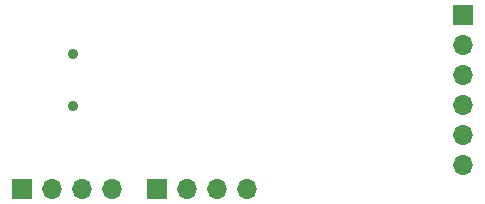
<source format=gbr>
%TF.GenerationSoftware,KiCad,Pcbnew,(6.0.7)*%
%TF.CreationDate,2022-09-01T12:01:24+02:00*%
%TF.ProjectId,bmp2,626d7032-2e6b-4696-9361-645f70636258,rev?*%
%TF.SameCoordinates,Original*%
%TF.FileFunction,Soldermask,Bot*%
%TF.FilePolarity,Negative*%
%FSLAX46Y46*%
G04 Gerber Fmt 4.6, Leading zero omitted, Abs format (unit mm)*
G04 Created by KiCad (PCBNEW (6.0.7)) date 2022-09-01 12:01:24*
%MOMM*%
%LPD*%
G01*
G04 APERTURE LIST*
%ADD10R,1.700000X1.700000*%
%ADD11O,1.700000X1.700000*%
%ADD12C,0.900000*%
G04 APERTURE END LIST*
D10*
%TO.C,J5*%
X139650000Y-28875000D03*
D11*
X139650000Y-31415000D03*
X139650000Y-33955000D03*
X139650000Y-36495000D03*
X139650000Y-39035000D03*
X139650000Y-41575000D03*
%TD*%
D10*
%TO.C,J4*%
X113745000Y-43575000D03*
D11*
X116285000Y-43575000D03*
X118825000Y-43575000D03*
X121365000Y-43575000D03*
%TD*%
D12*
%TO.C,J2*%
X106600000Y-36575000D03*
X106600000Y-32175000D03*
%TD*%
D10*
%TO.C,J1*%
X102250000Y-43600000D03*
D11*
X104790000Y-43600000D03*
X107330000Y-43600000D03*
X109870000Y-43600000D03*
%TD*%
M02*

</source>
